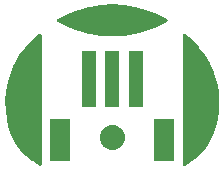
<source format=gbr>
G04 EAGLE Gerber RS-274X export*
G75*
%MOMM*%
%FSLAX34Y34*%
%LPD*%
%INSoldermask Top*%
%IPPOS*%
%AMOC8*
5,1,8,0,0,1.08239X$1,22.5*%
G01*
%ADD10R,1.203200X4.803200*%
%ADD11R,1.803200X3.603200*%
%ADD12C,2.743200*%

G36*
X-60879Y-46977D02*
X-60879Y-46977D01*
X-60723Y-46967D01*
X-60722Y-46967D01*
X-60721Y-46967D01*
X-60569Y-46917D01*
X-60421Y-46869D01*
X-60420Y-46868D01*
X-60418Y-46868D01*
X-60285Y-46783D01*
X-60152Y-46699D01*
X-60151Y-46698D01*
X-60150Y-46697D01*
X-60048Y-46589D01*
X-59934Y-46467D01*
X-59933Y-46466D01*
X-59933Y-46465D01*
X-59859Y-46331D01*
X-59780Y-46189D01*
X-59780Y-46187D01*
X-59780Y-46186D01*
X-59741Y-46038D01*
X-59701Y-45881D01*
X-59701Y-45879D01*
X-59701Y-45878D01*
X-59701Y-45876D01*
X-59691Y-45720D01*
X-59691Y63500D01*
X-59701Y63579D01*
X-59701Y63658D01*
X-59721Y63736D01*
X-59731Y63816D01*
X-59760Y63889D01*
X-59780Y63966D01*
X-59818Y64037D01*
X-59848Y64111D01*
X-59894Y64175D01*
X-59932Y64245D01*
X-59987Y64304D01*
X-60034Y64369D01*
X-60096Y64419D01*
X-60150Y64477D01*
X-60218Y64520D01*
X-60279Y64571D01*
X-60351Y64605D01*
X-60418Y64648D01*
X-60495Y64673D01*
X-60567Y64707D01*
X-60645Y64722D01*
X-60721Y64746D01*
X-60801Y64752D01*
X-60880Y64767D01*
X-60959Y64762D01*
X-61038Y64767D01*
X-61117Y64752D01*
X-61197Y64747D01*
X-61272Y64722D01*
X-61350Y64708D01*
X-61423Y64674D01*
X-61499Y64649D01*
X-61567Y64606D01*
X-61638Y64573D01*
X-61767Y64479D01*
X-61768Y64479D01*
X-61768Y64478D01*
X-61769Y64478D01*
X-67986Y59337D01*
X-67994Y59330D01*
X-68030Y59296D01*
X-68047Y59284D01*
X-68058Y59270D01*
X-68095Y59237D01*
X-73673Y53409D01*
X-73680Y53401D01*
X-73769Y53297D01*
X-78633Y46861D01*
X-78639Y46851D01*
X-78715Y46738D01*
X-82800Y39781D01*
X-82804Y39771D01*
X-82867Y39649D01*
X-86116Y32265D01*
X-86119Y32255D01*
X-86168Y32127D01*
X-88538Y24415D01*
X-88539Y24405D01*
X-88573Y24272D01*
X-90031Y16337D01*
X-90032Y16326D01*
X-90050Y16190D01*
X-90577Y8140D01*
X-90576Y8130D01*
X-90578Y7993D01*
X-90168Y-65D01*
X-90165Y-79D01*
X-90164Y-115D01*
X-89531Y-7095D01*
X-89531Y-7097D01*
X-89531Y-7100D01*
X-89506Y-7259D01*
X-87967Y-14097D01*
X-87966Y-14099D01*
X-87966Y-14102D01*
X-87920Y-14256D01*
X-85502Y-20834D01*
X-85501Y-20837D01*
X-85501Y-20839D01*
X-85435Y-20986D01*
X-82179Y-27193D01*
X-82178Y-27195D01*
X-82177Y-27197D01*
X-82093Y-27334D01*
X-78055Y-33063D01*
X-78053Y-33065D01*
X-78052Y-33067D01*
X-77950Y-33192D01*
X-73199Y-38345D01*
X-73197Y-38346D01*
X-73196Y-38349D01*
X-73079Y-38459D01*
X-67696Y-42948D01*
X-67694Y-42949D01*
X-67692Y-42951D01*
X-67562Y-43045D01*
X-61639Y-46793D01*
X-61492Y-46861D01*
X-61353Y-46927D01*
X-61352Y-46927D01*
X-61351Y-46928D01*
X-61188Y-46959D01*
X-61041Y-46987D01*
X-61039Y-46987D01*
X-61038Y-46987D01*
X-60879Y-46977D01*
G37*
G36*
X61036Y-46977D02*
X61036Y-46977D01*
X61195Y-46967D01*
X61196Y-46967D01*
X61197Y-46967D01*
X61344Y-46919D01*
X61497Y-46870D01*
X61499Y-46869D01*
X61501Y-46868D01*
X61639Y-46793D01*
X67562Y-43045D01*
X67563Y-43044D01*
X67566Y-43043D01*
X67696Y-42948D01*
X73079Y-38459D01*
X73081Y-38457D01*
X73083Y-38456D01*
X73199Y-38345D01*
X77950Y-33192D01*
X77952Y-33190D01*
X77954Y-33189D01*
X78055Y-33063D01*
X82093Y-27334D01*
X82094Y-27332D01*
X82096Y-27330D01*
X82179Y-27193D01*
X85435Y-20986D01*
X85436Y-20984D01*
X85437Y-20982D01*
X85502Y-20834D01*
X87920Y-14256D01*
X87921Y-14253D01*
X87922Y-14251D01*
X87967Y-14097D01*
X89506Y-7259D01*
X89506Y-7256D01*
X89507Y-7254D01*
X89531Y-7095D01*
X90164Y-115D01*
X90164Y-109D01*
X90164Y-108D01*
X90164Y-99D01*
X90168Y-65D01*
X90578Y7993D01*
X90577Y8003D01*
X90577Y8140D01*
X90050Y16190D01*
X90047Y16201D01*
X90031Y16337D01*
X88573Y24272D01*
X88569Y24282D01*
X88538Y24415D01*
X86168Y32127D01*
X86163Y32136D01*
X86116Y32265D01*
X82867Y39649D01*
X82862Y39659D01*
X82800Y39781D01*
X78715Y46738D01*
X78709Y46746D01*
X78633Y46861D01*
X73769Y53297D01*
X73761Y53305D01*
X73673Y53409D01*
X68095Y59237D01*
X68086Y59244D01*
X67986Y59337D01*
X61769Y64478D01*
X61702Y64521D01*
X61641Y64571D01*
X61568Y64606D01*
X61500Y64649D01*
X61425Y64673D01*
X61353Y64707D01*
X61274Y64722D01*
X61198Y64747D01*
X61118Y64752D01*
X61041Y64767D01*
X60960Y64762D01*
X60880Y64767D01*
X60802Y64752D01*
X60723Y64747D01*
X60647Y64722D01*
X60568Y64707D01*
X60496Y64673D01*
X60421Y64649D01*
X60353Y64606D01*
X60280Y64572D01*
X60219Y64521D01*
X60152Y64479D01*
X60097Y64420D01*
X60035Y64369D01*
X59988Y64305D01*
X59934Y64247D01*
X59895Y64177D01*
X59848Y64112D01*
X59819Y64038D01*
X59780Y63969D01*
X59760Y63891D01*
X59731Y63816D01*
X59721Y63738D01*
X59701Y63661D01*
X59691Y63502D01*
X59691Y63501D01*
X59691Y63500D01*
X59691Y-45720D01*
X59711Y-45881D01*
X59730Y-46033D01*
X59730Y-46034D01*
X59731Y-46036D01*
X59788Y-46180D01*
X59847Y-46329D01*
X59847Y-46330D01*
X59848Y-46331D01*
X59935Y-46452D01*
X60033Y-46587D01*
X60034Y-46588D01*
X60034Y-46589D01*
X60152Y-46685D01*
X60278Y-46790D01*
X60279Y-46791D01*
X60413Y-46854D01*
X60565Y-46926D01*
X60566Y-46926D01*
X60567Y-46927D01*
X60718Y-46956D01*
X60877Y-46987D01*
X60878Y-46986D01*
X60880Y-46987D01*
X61036Y-46977D01*
G37*
G36*
X9625Y63183D02*
X9625Y63183D01*
X9642Y63186D01*
X9757Y63197D01*
X19210Y64694D01*
X19227Y64699D01*
X19340Y64722D01*
X28585Y67199D01*
X28601Y67205D01*
X28711Y67240D01*
X37647Y70670D01*
X37662Y70678D01*
X37768Y70724D01*
X46296Y75069D01*
X46329Y75091D01*
X46366Y75107D01*
X46460Y75181D01*
X46559Y75248D01*
X46586Y75278D01*
X46617Y75302D01*
X46690Y75397D01*
X46770Y75486D01*
X46788Y75522D01*
X46812Y75553D01*
X46860Y75663D01*
X46914Y75770D01*
X46923Y75808D01*
X46939Y75845D01*
X46957Y75963D01*
X46984Y76080D01*
X46982Y76120D01*
X46989Y76159D01*
X46977Y76278D01*
X46974Y76398D01*
X46963Y76436D01*
X46959Y76476D01*
X46919Y76588D01*
X46885Y76703D01*
X46865Y76738D01*
X46852Y76775D01*
X46784Y76874D01*
X46723Y76977D01*
X46695Y77005D01*
X46673Y77038D01*
X46583Y77118D01*
X46499Y77202D01*
X46465Y77223D01*
X46435Y77249D01*
X46296Y77331D01*
X37768Y81676D01*
X37752Y81682D01*
X37647Y81730D01*
X28711Y85160D01*
X28695Y85164D01*
X28585Y85201D01*
X19340Y87679D01*
X19323Y87681D01*
X19210Y87706D01*
X9757Y89203D01*
X9739Y89204D01*
X9625Y89217D01*
X66Y89718D01*
X49Y89717D01*
X-66Y89718D01*
X-9625Y89217D01*
X-9642Y89214D01*
X-9757Y89203D01*
X-19210Y87706D01*
X-19227Y87701D01*
X-19340Y87679D01*
X-28585Y85201D01*
X-28601Y85195D01*
X-28711Y85160D01*
X-37647Y81730D01*
X-37662Y81722D01*
X-37768Y81676D01*
X-46296Y77331D01*
X-46329Y77309D01*
X-46366Y77293D01*
X-46460Y77219D01*
X-46559Y77152D01*
X-46586Y77122D01*
X-46617Y77098D01*
X-46690Y77003D01*
X-46770Y76914D01*
X-46788Y76878D01*
X-46812Y76847D01*
X-46860Y76737D01*
X-46914Y76630D01*
X-46923Y76592D01*
X-46939Y76555D01*
X-46957Y76437D01*
X-46984Y76320D01*
X-46982Y76280D01*
X-46989Y76241D01*
X-46977Y76122D01*
X-46974Y76002D01*
X-46963Y75964D01*
X-46959Y75924D01*
X-46919Y75812D01*
X-46885Y75697D01*
X-46865Y75662D01*
X-46852Y75625D01*
X-46784Y75526D01*
X-46723Y75423D01*
X-46695Y75395D01*
X-46673Y75362D01*
X-46583Y75282D01*
X-46499Y75198D01*
X-46465Y75177D01*
X-46435Y75151D01*
X-46296Y75069D01*
X-37768Y70724D01*
X-37752Y70718D01*
X-37647Y70670D01*
X-28711Y67240D01*
X-28695Y67236D01*
X-28585Y67199D01*
X-19340Y64722D01*
X-19323Y64719D01*
X-19210Y64694D01*
X-9757Y63197D01*
X-9739Y63196D01*
X-9625Y63183D01*
X-66Y62682D01*
X-49Y62683D01*
X66Y62682D01*
X9625Y63183D01*
G37*
G36*
X1792Y-33340D02*
X1792Y-33340D01*
X1835Y-33328D01*
X1901Y-33321D01*
X3584Y-32870D01*
X3625Y-32851D01*
X3688Y-32832D01*
X5268Y-32095D01*
X5305Y-32069D01*
X5364Y-32040D01*
X6792Y-31040D01*
X6823Y-31008D01*
X6876Y-30969D01*
X8109Y-29736D01*
X8134Y-29700D01*
X8180Y-29652D01*
X9180Y-28224D01*
X9198Y-28183D01*
X9235Y-28128D01*
X9972Y-26548D01*
X9983Y-26505D01*
X10010Y-26444D01*
X10461Y-24761D01*
X10463Y-24729D01*
X10470Y-24708D01*
X10470Y-24693D01*
X10480Y-24652D01*
X10632Y-22915D01*
X10628Y-22871D01*
X10632Y-22805D01*
X10480Y-21068D01*
X10468Y-21025D01*
X10461Y-20959D01*
X10010Y-19276D01*
X9991Y-19235D01*
X9972Y-19172D01*
X9235Y-17592D01*
X9209Y-17555D01*
X9180Y-17496D01*
X8180Y-16068D01*
X8148Y-16037D01*
X8109Y-15984D01*
X6876Y-14751D01*
X6840Y-14726D01*
X6792Y-14680D01*
X5364Y-13680D01*
X5323Y-13662D01*
X5268Y-13625D01*
X3688Y-12888D01*
X3645Y-12877D01*
X3584Y-12850D01*
X1901Y-12399D01*
X1856Y-12396D01*
X1792Y-12380D01*
X55Y-12228D01*
X11Y-12232D01*
X-55Y-12228D01*
X-1792Y-12380D01*
X-1835Y-12392D01*
X-1901Y-12399D01*
X-3584Y-12850D01*
X-3625Y-12869D01*
X-3688Y-12888D01*
X-5268Y-13625D01*
X-5305Y-13651D01*
X-5364Y-13680D01*
X-6792Y-14680D01*
X-6823Y-14712D01*
X-6876Y-14751D01*
X-8109Y-15984D01*
X-8134Y-16020D01*
X-8180Y-16068D01*
X-9180Y-17496D01*
X-9198Y-17537D01*
X-9235Y-17592D01*
X-9972Y-19172D01*
X-9983Y-19215D01*
X-10010Y-19276D01*
X-10461Y-20959D01*
X-10464Y-21004D01*
X-10480Y-21068D01*
X-10632Y-22805D01*
X-10628Y-22849D01*
X-10632Y-22915D01*
X-10480Y-24652D01*
X-10468Y-24695D01*
X-10464Y-24729D01*
X-10464Y-24745D01*
X-10462Y-24750D01*
X-10461Y-24761D01*
X-10010Y-26444D01*
X-9991Y-26485D01*
X-9972Y-26548D01*
X-9235Y-28128D01*
X-9209Y-28165D01*
X-9180Y-28224D01*
X-8180Y-29652D01*
X-8148Y-29683D01*
X-8109Y-29736D01*
X-6876Y-30969D01*
X-6840Y-30994D01*
X-6792Y-31040D01*
X-5364Y-32040D01*
X-5323Y-32058D01*
X-5268Y-32095D01*
X-3688Y-32832D01*
X-3645Y-32843D01*
X-3584Y-32870D01*
X-1901Y-33321D01*
X-1856Y-33324D01*
X-1792Y-33340D01*
X-55Y-33492D01*
X-11Y-33488D01*
X55Y-33492D01*
X1792Y-33340D01*
G37*
D10*
X20000Y27000D03*
X0Y27000D03*
D11*
X44000Y-25000D03*
X-44000Y-25000D03*
D10*
X-20000Y27000D03*
D12*
X0Y76200D03*
X-76200Y0D03*
X76200Y0D03*
M02*

</source>
